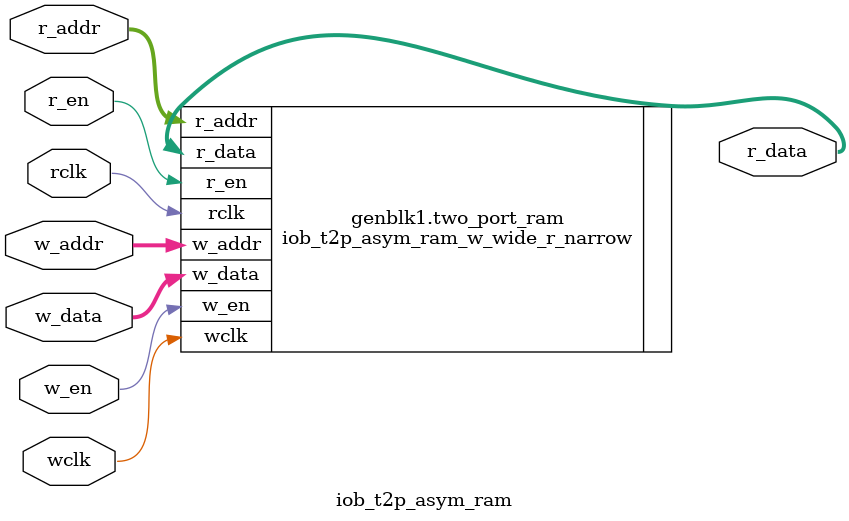
<source format=v>
`timescale 1ns / 1ps

module iob_t2p_asym_ram 
  #(
    parameter W_DATA_W = 16,
    parameter W_ADDR_W = 6,
    parameter R_DATA_W = 8,
    parameter R_ADDR_W = 7
    )
   (
    //Inputs
    input                 wclk, //write clock
    input                 w_en, //write enable
    input [W_DATA_W-1:0]  w_data, //Input data to write port
    input [W_ADDR_W-1:0]  w_addr, //address for write port
    input                 rclk, //read clock
    input [R_ADDR_W-1:0]  r_addr, //address for read port
    input                 r_en,
    //Outputs
    output [R_DATA_W-1:0] r_data //output port
    );
   
   generate
      if (W_DATA_W > R_DATA_W) begin
    	 iob_t2p_asym_ram_w_wide_r_narrow 
           #(
    	     .W_DATA_W(W_DATA_W),
    	     .W_ADDR_W(W_ADDR_W),
    	     .R_DATA_W(R_DATA_W),
    	     .R_ADDR_W(R_ADDR_W)
    	     ) 
         two_port_ram 
           (
    	    .wclk(wclk),
    	    .w_en(w_en),
    	    .w_data(w_data),
    	    .w_addr(w_addr),
	    .rclk(rclk),
    	    .r_addr(r_addr),
    	    .r_en(r_en),
    	    .r_data(r_data)
    	    );
      end
      else if (W_DATA_W == R_DATA_W) begin
	 iob_t2p_ram 
           #(
	     .DATA_W(W_DATA_W),
	     .ADDR_W(W_ADDR_W)
	     ) 
         two_port_ram 
           (
	    .wclk(wclk),
    	    .w_en(w_en),
    	    .w_data(w_data),
    	    .w_addr(w_addr),
	    .rclk(rclk),
    	    .r_addr(r_addr),
    	    .r_en(r_en),
    	    .r_data(r_data)
	    );
      end else begin
    	 iob_t2p_asym_ram_w_narrow_r_wide
           #(
    	     .W_DATA_W(W_DATA_W),
    	     .W_ADDR_W(W_ADDR_W),
    	     .R_DATA_W(R_DATA_W),
    	     .R_ADDR_W(R_ADDR_W)
    	     ) 
         two_port_ram 
           (
    	    .wclk(wclk),
    	    .w_en(w_en),
    	    .w_data(w_data),
    	    .w_addr(w_addr),
	    .rclk(rclk),
    	    .r_addr(r_addr),
    	    .r_en(r_en),
    	    .r_data(r_data)
    	    );
      end
   endgenerate
endmodule


</source>
